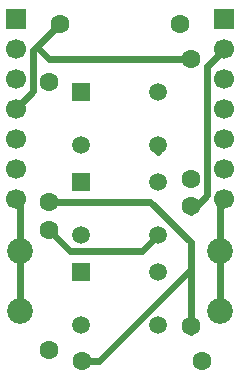
<source format=gtl>
G04 #@! TF.GenerationSoftware,KiCad,Pcbnew,9.0.1*
G04 #@! TF.CreationDate,2025-10-16T18:55:09-04:00*
G04 #@! TF.ProjectId,button backpack,62757474-6f6e-4206-9261-636b7061636b,rev?*
G04 #@! TF.SameCoordinates,Original*
G04 #@! TF.FileFunction,Copper,L1,Top*
G04 #@! TF.FilePolarity,Positive*
%FSLAX46Y46*%
G04 Gerber Fmt 4.6, Leading zero omitted, Abs format (unit mm)*
G04 Created by KiCad (PCBNEW 9.0.1) date 2025-10-16 18:55:09*
%MOMM*%
%LPD*%
G01*
G04 APERTURE LIST*
G04 #@! TA.AperFunction,ComponentPad*
%ADD10R,1.700000X1.700000*%
G04 #@! TD*
G04 #@! TA.AperFunction,ComponentPad*
%ADD11C,1.700000*%
G04 #@! TD*
G04 #@! TA.AperFunction,ComponentPad*
%ADD12C,1.600000*%
G04 #@! TD*
G04 #@! TA.AperFunction,ComponentPad*
%ADD13C,2.175000*%
G04 #@! TD*
G04 #@! TA.AperFunction,ComponentPad*
%ADD14R,1.508000X1.508000*%
G04 #@! TD*
G04 #@! TA.AperFunction,ComponentPad*
%ADD15C,1.508000*%
G04 #@! TD*
G04 #@! TA.AperFunction,Conductor*
%ADD16C,0.600000*%
G04 #@! TD*
G04 APERTURE END LIST*
D10*
X121700000Y-63100000D03*
D11*
X121700000Y-65640000D03*
X121700000Y-68180000D03*
X121700000Y-70720000D03*
X121700000Y-73260000D03*
X121700000Y-75800000D03*
X121700000Y-78340000D03*
D12*
X127340000Y-92000000D03*
X137500000Y-92000000D03*
X124500000Y-91080000D03*
X124500000Y-80920000D03*
D13*
X122020850Y-87790000D03*
X122020850Y-82710000D03*
D10*
X139300000Y-63100000D03*
D11*
X139300000Y-65640000D03*
X139300000Y-68180000D03*
X139300000Y-70720000D03*
X139300000Y-73260000D03*
X139300000Y-75800000D03*
X139300000Y-78340000D03*
D12*
X124500000Y-68420000D03*
X124500000Y-78580000D03*
D14*
X127250000Y-76875000D03*
D15*
X133750000Y-76875000D03*
X127250000Y-81375000D03*
X133750000Y-81375000D03*
D13*
X138979150Y-82710000D03*
X138979150Y-87790000D03*
D14*
X127250000Y-69250000D03*
D15*
X133750000Y-69250000D03*
X127250000Y-73750000D03*
X133750000Y-73750000D03*
D12*
X125420000Y-63500000D03*
X135580000Y-63500000D03*
X136500000Y-89080000D03*
X136500000Y-78920000D03*
D14*
X127250000Y-84500000D03*
D15*
X133750000Y-84500000D03*
X127250000Y-89000000D03*
X133750000Y-89000000D03*
D12*
X136500000Y-66500000D03*
X136500000Y-76660000D03*
D16*
X123200000Y-69220000D02*
X121700000Y-70720000D01*
X123200000Y-65720000D02*
X123200000Y-69220000D01*
X136080000Y-66500000D02*
X124500000Y-66500000D01*
X121500000Y-73160000D02*
X121940000Y-73160000D01*
X136500000Y-66920000D02*
X136080000Y-66500000D01*
X123200000Y-65720000D02*
X125420000Y-63500000D01*
X123460000Y-65460000D02*
X125420000Y-63500000D01*
X124500000Y-66500000D02*
X123460000Y-65460000D01*
X122020850Y-78660850D02*
X121700000Y-78340000D01*
X122020850Y-87790000D02*
X122020850Y-82710000D01*
X122020850Y-82710000D02*
X122020850Y-78660850D01*
X137900000Y-78020000D02*
X137900000Y-67100000D01*
X137900000Y-67100000D02*
X139500000Y-65500000D01*
X139040000Y-66000000D02*
X139500000Y-65540000D01*
X136500000Y-79420000D02*
X137900000Y-78020000D01*
X138979150Y-87790000D02*
X138979150Y-82710000D01*
X138979150Y-82710000D02*
X138979150Y-78660850D01*
X138979150Y-78660850D02*
X139300000Y-78340000D01*
X133750000Y-74330000D02*
X133750000Y-73750000D01*
X126330000Y-82750000D02*
X124500000Y-80920000D01*
X132375000Y-82750000D02*
X126330000Y-82750000D01*
X133750000Y-81375000D02*
X132375000Y-82750000D01*
X133080000Y-78580000D02*
X136500000Y-82000000D01*
X127340000Y-92000000D02*
X128750000Y-92000000D01*
X136500000Y-82000000D02*
X136500000Y-84500000D01*
X124500000Y-78580000D02*
X133080000Y-78580000D01*
X128750000Y-92000000D02*
X136250000Y-84500000D01*
X136500000Y-84500000D02*
X136500000Y-89580000D01*
X136250000Y-84500000D02*
X136500000Y-84500000D01*
M02*

</source>
